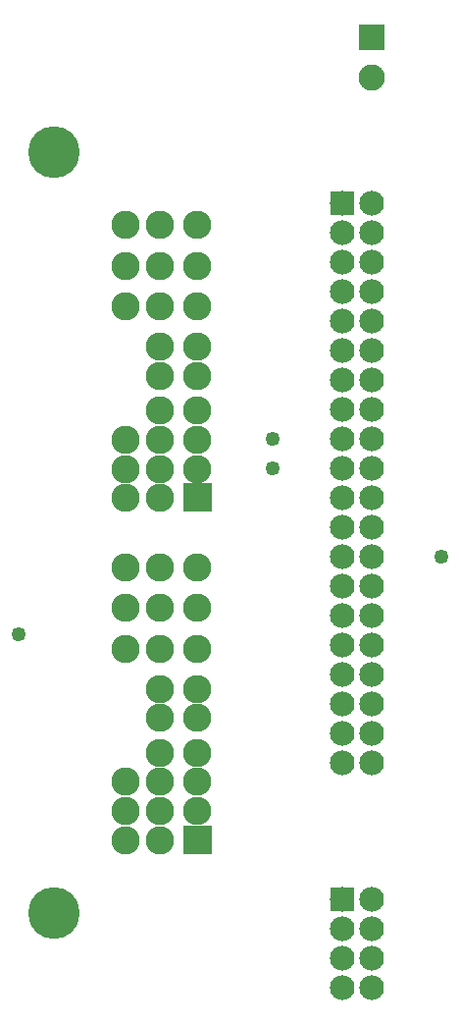
<source format=gts>
G04 MADE WITH FRITZING*
G04 WWW.FRITZING.ORG*
G04 DOUBLE SIDED*
G04 HOLES PLATED*
G04 CONTOUR ON CENTER OF CONTOUR VECTOR*
%ASAXBY*%
%FSLAX23Y23*%
%MOIN*%
%OFA0B0*%
%SFA1.0B1.0*%
%ADD10C,0.049370*%
%ADD11C,0.096603*%
%ADD12C,0.175354*%
%ADD13C,0.084000*%
%ADD14C,0.089370*%
%ADD15R,0.084000X0.084000*%
%ADD16R,0.089370X0.089370*%
%ADD17R,0.001000X0.001000*%
%LNMASK1*%
G90*
G70*
G54D10*
X1061Y2185D03*
X1634Y1887D03*
X196Y1624D03*
G54D11*
X805Y2873D03*
X805Y2735D03*
X805Y2598D03*
X805Y2499D03*
X805Y2381D03*
X805Y2283D03*
X805Y2184D03*
X805Y2086D03*
X805Y1712D03*
X805Y1574D03*
X805Y1436D03*
X805Y1338D03*
X805Y1220D03*
X805Y1121D03*
X805Y1023D03*
X805Y924D03*
X679Y3011D03*
X679Y2873D03*
X679Y2735D03*
X679Y2598D03*
X679Y2499D03*
X679Y2381D03*
X679Y2283D03*
X679Y2184D03*
X679Y2086D03*
X679Y1850D03*
X679Y1712D03*
X679Y1574D03*
X679Y1436D03*
X679Y1338D03*
X679Y1220D03*
X679Y1121D03*
X679Y1023D03*
X679Y924D03*
X561Y3011D03*
X561Y2873D03*
X561Y2735D03*
X561Y2283D03*
X561Y2184D03*
X561Y2086D03*
X561Y1850D03*
X561Y1712D03*
X561Y1574D03*
X561Y1121D03*
X561Y1023D03*
X561Y924D03*
X805Y1850D03*
X805Y3011D03*
G54D12*
X317Y3259D03*
X317Y676D03*
G54D13*
X1396Y724D03*
X1396Y624D03*
X1396Y524D03*
X1396Y424D03*
X1296Y724D03*
X1296Y624D03*
X1296Y524D03*
X1296Y424D03*
X1396Y3087D03*
X1396Y2987D03*
X1396Y2887D03*
X1396Y2787D03*
X1396Y2687D03*
X1396Y2587D03*
X1396Y2487D03*
X1396Y2387D03*
X1396Y2287D03*
X1396Y2187D03*
X1396Y2087D03*
X1396Y1987D03*
X1396Y1887D03*
X1396Y1787D03*
X1396Y1687D03*
X1396Y1587D03*
X1396Y1487D03*
X1396Y1387D03*
X1396Y1287D03*
X1396Y1187D03*
X1296Y3087D03*
X1296Y2987D03*
X1296Y2887D03*
X1296Y2787D03*
X1296Y2687D03*
X1296Y2587D03*
X1296Y2487D03*
X1296Y2387D03*
X1296Y2287D03*
X1296Y2187D03*
X1296Y2087D03*
X1296Y1987D03*
X1296Y1887D03*
X1296Y1787D03*
X1296Y1687D03*
X1296Y1587D03*
X1296Y1487D03*
X1296Y1387D03*
X1296Y1287D03*
X1296Y1187D03*
G54D14*
X1396Y3650D03*
X1396Y3512D03*
G54D10*
X1061Y2285D03*
G54D15*
X1296Y724D03*
X1296Y3087D03*
G54D16*
X1396Y3650D03*
G54D17*
X757Y2134D02*
X852Y2134D01*
X757Y2133D02*
X852Y2133D01*
X757Y2132D02*
X852Y2132D01*
X757Y2131D02*
X852Y2131D01*
X757Y2130D02*
X852Y2130D01*
X757Y2129D02*
X852Y2129D01*
X757Y2128D02*
X852Y2128D01*
X757Y2127D02*
X852Y2127D01*
X757Y2126D02*
X852Y2126D01*
X757Y2125D02*
X852Y2125D01*
X757Y2124D02*
X852Y2124D01*
X757Y2123D02*
X852Y2123D01*
X757Y2122D02*
X852Y2122D01*
X757Y2121D02*
X852Y2121D01*
X757Y2120D02*
X852Y2120D01*
X757Y2119D02*
X852Y2119D01*
X757Y2118D02*
X852Y2118D01*
X757Y2117D02*
X852Y2117D01*
X757Y2116D02*
X852Y2116D01*
X757Y2115D02*
X852Y2115D01*
X757Y2114D02*
X852Y2114D01*
X757Y2113D02*
X852Y2113D01*
X757Y2112D02*
X852Y2112D01*
X757Y2111D02*
X852Y2111D01*
X757Y2110D02*
X852Y2110D01*
X757Y2109D02*
X852Y2109D01*
X757Y2108D02*
X852Y2108D01*
X757Y2107D02*
X852Y2107D01*
X757Y2106D02*
X852Y2106D01*
X757Y2105D02*
X852Y2105D01*
X757Y2104D02*
X800Y2104D01*
X809Y2104D02*
X852Y2104D01*
X757Y2103D02*
X797Y2103D01*
X812Y2103D02*
X852Y2103D01*
X757Y2102D02*
X795Y2102D01*
X814Y2102D02*
X852Y2102D01*
X757Y2101D02*
X793Y2101D01*
X816Y2101D02*
X852Y2101D01*
X757Y2100D02*
X792Y2100D01*
X817Y2100D02*
X852Y2100D01*
X757Y2099D02*
X791Y2099D01*
X818Y2099D02*
X852Y2099D01*
X757Y2098D02*
X790Y2098D01*
X819Y2098D02*
X852Y2098D01*
X757Y2097D02*
X789Y2097D01*
X820Y2097D02*
X852Y2097D01*
X757Y2096D02*
X788Y2096D01*
X820Y2096D02*
X852Y2096D01*
X757Y2095D02*
X788Y2095D01*
X821Y2095D02*
X852Y2095D01*
X757Y2094D02*
X787Y2094D01*
X821Y2094D02*
X852Y2094D01*
X757Y2093D02*
X787Y2093D01*
X822Y2093D02*
X852Y2093D01*
X757Y2092D02*
X787Y2092D01*
X822Y2092D02*
X852Y2092D01*
X757Y2091D02*
X786Y2091D01*
X823Y2091D02*
X852Y2091D01*
X757Y2090D02*
X786Y2090D01*
X823Y2090D02*
X852Y2090D01*
X757Y2089D02*
X786Y2089D01*
X823Y2089D02*
X852Y2089D01*
X757Y2088D02*
X786Y2088D01*
X823Y2088D02*
X852Y2088D01*
X757Y2087D02*
X786Y2087D01*
X823Y2087D02*
X852Y2087D01*
X757Y2086D02*
X786Y2086D01*
X823Y2086D02*
X852Y2086D01*
X757Y2085D02*
X786Y2085D01*
X823Y2085D02*
X852Y2085D01*
X757Y2084D02*
X786Y2084D01*
X823Y2084D02*
X852Y2084D01*
X757Y2083D02*
X786Y2083D01*
X823Y2083D02*
X852Y2083D01*
X757Y2082D02*
X786Y2082D01*
X823Y2082D02*
X852Y2082D01*
X757Y2081D02*
X786Y2081D01*
X822Y2081D02*
X852Y2081D01*
X757Y2080D02*
X787Y2080D01*
X822Y2080D02*
X852Y2080D01*
X757Y2079D02*
X787Y2079D01*
X822Y2079D02*
X852Y2079D01*
X757Y2078D02*
X788Y2078D01*
X821Y2078D02*
X852Y2078D01*
X757Y2077D02*
X788Y2077D01*
X821Y2077D02*
X852Y2077D01*
X757Y2076D02*
X789Y2076D01*
X820Y2076D02*
X852Y2076D01*
X757Y2075D02*
X790Y2075D01*
X819Y2075D02*
X852Y2075D01*
X757Y2074D02*
X790Y2074D01*
X818Y2074D02*
X852Y2074D01*
X757Y2073D02*
X791Y2073D01*
X817Y2073D02*
X852Y2073D01*
X757Y2072D02*
X793Y2072D01*
X816Y2072D02*
X852Y2072D01*
X757Y2071D02*
X794Y2071D01*
X815Y2071D02*
X852Y2071D01*
X757Y2070D02*
X796Y2070D01*
X813Y2070D02*
X852Y2070D01*
X757Y2069D02*
X798Y2069D01*
X811Y2069D02*
X852Y2069D01*
X757Y2068D02*
X852Y2068D01*
X757Y2067D02*
X852Y2067D01*
X757Y2066D02*
X852Y2066D01*
X757Y2065D02*
X852Y2065D01*
X757Y2064D02*
X852Y2064D01*
X757Y2063D02*
X852Y2063D01*
X757Y2062D02*
X852Y2062D01*
X757Y2061D02*
X852Y2061D01*
X757Y2060D02*
X852Y2060D01*
X757Y2059D02*
X852Y2059D01*
X757Y2058D02*
X852Y2058D01*
X757Y2057D02*
X852Y2057D01*
X757Y2056D02*
X852Y2056D01*
X757Y2055D02*
X852Y2055D01*
X757Y2054D02*
X852Y2054D01*
X757Y2053D02*
X852Y2053D01*
X757Y2052D02*
X852Y2052D01*
X757Y2051D02*
X852Y2051D01*
X757Y2050D02*
X852Y2050D01*
X757Y2049D02*
X852Y2049D01*
X757Y2048D02*
X852Y2048D01*
X757Y2047D02*
X852Y2047D01*
X757Y2046D02*
X852Y2046D01*
X757Y2045D02*
X852Y2045D01*
X757Y2044D02*
X852Y2044D01*
X757Y2043D02*
X852Y2043D01*
X757Y2042D02*
X852Y2042D01*
X757Y2041D02*
X852Y2041D01*
X757Y2040D02*
X852Y2040D01*
X757Y2039D02*
X852Y2039D01*
X757Y2038D02*
X852Y2038D01*
X757Y973D02*
X852Y973D01*
X757Y972D02*
X852Y972D01*
X757Y971D02*
X852Y971D01*
X757Y970D02*
X852Y970D01*
X757Y969D02*
X852Y969D01*
X757Y968D02*
X852Y968D01*
X757Y967D02*
X852Y967D01*
X757Y966D02*
X852Y966D01*
X757Y965D02*
X852Y965D01*
X757Y964D02*
X852Y964D01*
X757Y963D02*
X852Y963D01*
X757Y962D02*
X852Y962D01*
X757Y961D02*
X852Y961D01*
X757Y960D02*
X852Y960D01*
X757Y959D02*
X852Y959D01*
X757Y958D02*
X852Y958D01*
X757Y957D02*
X852Y957D01*
X757Y956D02*
X852Y956D01*
X757Y955D02*
X852Y955D01*
X757Y954D02*
X852Y954D01*
X757Y953D02*
X852Y953D01*
X757Y952D02*
X852Y952D01*
X757Y951D02*
X852Y951D01*
X757Y950D02*
X852Y950D01*
X757Y949D02*
X852Y949D01*
X757Y948D02*
X852Y948D01*
X757Y947D02*
X852Y947D01*
X757Y946D02*
X852Y946D01*
X757Y945D02*
X852Y945D01*
X757Y944D02*
X852Y944D01*
X757Y943D02*
X802Y943D01*
X807Y943D02*
X852Y943D01*
X757Y942D02*
X797Y942D01*
X811Y942D02*
X852Y942D01*
X757Y941D02*
X795Y941D01*
X814Y941D02*
X852Y941D01*
X757Y940D02*
X794Y940D01*
X815Y940D02*
X852Y940D01*
X757Y939D02*
X792Y939D01*
X816Y939D02*
X852Y939D01*
X757Y938D02*
X791Y938D01*
X818Y938D02*
X852Y938D01*
X757Y937D02*
X790Y937D01*
X818Y937D02*
X852Y937D01*
X757Y936D02*
X789Y936D01*
X819Y936D02*
X852Y936D01*
X757Y935D02*
X789Y935D01*
X820Y935D02*
X852Y935D01*
X757Y934D02*
X788Y934D01*
X821Y934D02*
X852Y934D01*
X757Y933D02*
X788Y933D01*
X821Y933D02*
X852Y933D01*
X757Y932D02*
X787Y932D01*
X822Y932D02*
X852Y932D01*
X757Y931D02*
X787Y931D01*
X822Y931D02*
X852Y931D01*
X757Y930D02*
X786Y930D01*
X822Y930D02*
X852Y930D01*
X757Y929D02*
X786Y929D01*
X823Y929D02*
X852Y929D01*
X757Y928D02*
X786Y928D01*
X823Y928D02*
X852Y928D01*
X757Y927D02*
X786Y927D01*
X823Y927D02*
X852Y927D01*
X757Y926D02*
X786Y926D01*
X823Y926D02*
X852Y926D01*
X757Y925D02*
X786Y925D01*
X823Y925D02*
X852Y925D01*
X757Y924D02*
X786Y924D01*
X823Y924D02*
X852Y924D01*
X757Y923D02*
X786Y923D01*
X823Y923D02*
X852Y923D01*
X757Y922D02*
X786Y922D01*
X823Y922D02*
X852Y922D01*
X757Y921D02*
X786Y921D01*
X823Y921D02*
X852Y921D01*
X757Y920D02*
X786Y920D01*
X822Y920D02*
X852Y920D01*
X757Y919D02*
X787Y919D01*
X822Y919D02*
X852Y919D01*
X757Y918D02*
X787Y918D01*
X822Y918D02*
X852Y918D01*
X757Y917D02*
X787Y917D01*
X821Y917D02*
X852Y917D01*
X757Y916D02*
X788Y916D01*
X821Y916D02*
X852Y916D01*
X757Y915D02*
X789Y915D01*
X820Y915D02*
X852Y915D01*
X757Y914D02*
X789Y914D01*
X819Y914D02*
X852Y914D01*
X757Y913D02*
X790Y913D01*
X819Y913D02*
X852Y913D01*
X757Y912D02*
X791Y912D01*
X818Y912D02*
X852Y912D01*
X757Y911D02*
X792Y911D01*
X817Y911D02*
X852Y911D01*
X757Y910D02*
X793Y910D01*
X815Y910D02*
X852Y910D01*
X757Y909D02*
X795Y909D01*
X814Y909D02*
X852Y909D01*
X757Y908D02*
X797Y908D01*
X812Y908D02*
X852Y908D01*
X757Y907D02*
X800Y907D01*
X808Y907D02*
X852Y907D01*
X757Y906D02*
X852Y906D01*
X757Y905D02*
X852Y905D01*
X757Y904D02*
X852Y904D01*
X757Y903D02*
X852Y903D01*
X757Y902D02*
X852Y902D01*
X757Y901D02*
X852Y901D01*
X757Y900D02*
X852Y900D01*
X757Y899D02*
X852Y899D01*
X757Y898D02*
X852Y898D01*
X757Y897D02*
X852Y897D01*
X757Y896D02*
X852Y896D01*
X757Y895D02*
X852Y895D01*
X757Y894D02*
X852Y894D01*
X757Y893D02*
X852Y893D01*
X757Y892D02*
X852Y892D01*
X757Y891D02*
X852Y891D01*
X757Y890D02*
X852Y890D01*
X757Y889D02*
X852Y889D01*
X757Y888D02*
X852Y888D01*
X757Y887D02*
X852Y887D01*
X757Y886D02*
X852Y886D01*
X757Y885D02*
X852Y885D01*
X757Y884D02*
X852Y884D01*
X757Y883D02*
X852Y883D01*
X757Y882D02*
X852Y882D01*
X757Y881D02*
X852Y881D01*
X757Y880D02*
X852Y880D01*
X757Y879D02*
X852Y879D01*
X757Y878D02*
X852Y878D01*
X757Y877D02*
X852Y877D01*
D02*
G04 End of Mask1*
M02*
</source>
